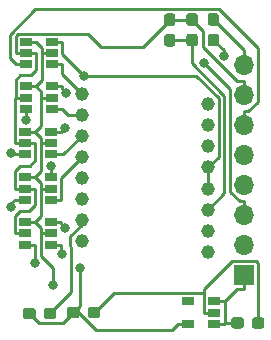
<source format=gbr>
G04 #@! TF.GenerationSoftware,KiCad,Pcbnew,5.1.4-e60b266~84~ubuntu18.04.1*
G04 #@! TF.CreationDate,2019-09-04T17:21:52+01:00*
G04 #@! TF.ProjectId,optical_sensor_daughter_board,6f707469-6361-46c5-9f73-656e736f725f,rev?*
G04 #@! TF.SameCoordinates,Original*
G04 #@! TF.FileFunction,Copper,L1,Top*
G04 #@! TF.FilePolarity,Positive*
%FSLAX46Y46*%
G04 Gerber Fmt 4.6, Leading zero omitted, Abs format (unit mm)*
G04 Created by KiCad (PCBNEW 5.1.4-e60b266~84~ubuntu18.04.1) date 2019-09-04 17:21:52*
%MOMM*%
%LPD*%
G04 APERTURE LIST*
%ADD10R,1.060000X0.650000*%
%ADD11C,1.150000*%
%ADD12C,0.100000*%
%ADD13C,0.950000*%
%ADD14O,1.700000X1.700000*%
%ADD15R,1.700000X1.700000*%
%ADD16C,0.800000*%
%ADD17C,0.250000*%
G04 APERTURE END LIST*
D10*
X127675000Y-90975000D03*
X127675000Y-90025000D03*
X127675000Y-91925000D03*
X125475000Y-91925000D03*
X125475000Y-90975000D03*
X125475000Y-90025000D03*
X127600000Y-102475000D03*
X127600000Y-101525000D03*
X127600000Y-103425000D03*
X125400000Y-103425000D03*
X125400000Y-102475000D03*
X125400000Y-101525000D03*
X127600000Y-98675000D03*
X127600000Y-97725000D03*
X127600000Y-99625000D03*
X125400000Y-99625000D03*
X125400000Y-98675000D03*
X125400000Y-97725000D03*
X127625000Y-94825000D03*
X127625000Y-93875000D03*
X127625000Y-95775000D03*
X125425000Y-95775000D03*
X125425000Y-94825000D03*
X125425000Y-93875000D03*
X127700000Y-87200000D03*
X127700000Y-86250000D03*
X127700000Y-88150000D03*
X125500000Y-88150000D03*
X125500000Y-87200000D03*
X125500000Y-86250000D03*
D11*
X130200000Y-90660000D03*
X140900000Y-91550000D03*
X130200000Y-92440000D03*
X140900000Y-93330000D03*
X130200000Y-94220000D03*
X140900000Y-95110000D03*
X130200000Y-96000000D03*
X140900000Y-96890000D03*
X130200000Y-97780000D03*
X140900000Y-98670000D03*
X130200000Y-99560000D03*
X140900000Y-100450000D03*
X130200000Y-101340000D03*
X140900000Y-102230000D03*
X130200000Y-103120000D03*
X140900000Y-104010000D03*
D10*
X139250000Y-110125000D03*
X139250000Y-108225000D03*
X141450000Y-108225000D03*
X141450000Y-109175000D03*
X141450000Y-110125000D03*
D12*
G36*
X127835779Y-108776144D02*
G01*
X127858834Y-108779563D01*
X127881443Y-108785227D01*
X127903387Y-108793079D01*
X127924457Y-108803044D01*
X127944448Y-108815026D01*
X127963168Y-108828910D01*
X127980438Y-108844562D01*
X127996090Y-108861832D01*
X128009974Y-108880552D01*
X128021956Y-108900543D01*
X128031921Y-108921613D01*
X128039773Y-108943557D01*
X128045437Y-108966166D01*
X128048856Y-108989221D01*
X128050000Y-109012500D01*
X128050000Y-109487500D01*
X128048856Y-109510779D01*
X128045437Y-109533834D01*
X128039773Y-109556443D01*
X128031921Y-109578387D01*
X128021956Y-109599457D01*
X128009974Y-109619448D01*
X127996090Y-109638168D01*
X127980438Y-109655438D01*
X127963168Y-109671090D01*
X127944448Y-109684974D01*
X127924457Y-109696956D01*
X127903387Y-109706921D01*
X127881443Y-109714773D01*
X127858834Y-109720437D01*
X127835779Y-109723856D01*
X127812500Y-109725000D01*
X127237500Y-109725000D01*
X127214221Y-109723856D01*
X127191166Y-109720437D01*
X127168557Y-109714773D01*
X127146613Y-109706921D01*
X127125543Y-109696956D01*
X127105552Y-109684974D01*
X127086832Y-109671090D01*
X127069562Y-109655438D01*
X127053910Y-109638168D01*
X127040026Y-109619448D01*
X127028044Y-109599457D01*
X127018079Y-109578387D01*
X127010227Y-109556443D01*
X127004563Y-109533834D01*
X127001144Y-109510779D01*
X127000000Y-109487500D01*
X127000000Y-109012500D01*
X127001144Y-108989221D01*
X127004563Y-108966166D01*
X127010227Y-108943557D01*
X127018079Y-108921613D01*
X127028044Y-108900543D01*
X127040026Y-108880552D01*
X127053910Y-108861832D01*
X127069562Y-108844562D01*
X127086832Y-108828910D01*
X127105552Y-108815026D01*
X127125543Y-108803044D01*
X127146613Y-108793079D01*
X127168557Y-108785227D01*
X127191166Y-108779563D01*
X127214221Y-108776144D01*
X127237500Y-108775000D01*
X127812500Y-108775000D01*
X127835779Y-108776144D01*
X127835779Y-108776144D01*
G37*
D13*
X127525000Y-109250000D03*
D12*
G36*
X126085779Y-108776144D02*
G01*
X126108834Y-108779563D01*
X126131443Y-108785227D01*
X126153387Y-108793079D01*
X126174457Y-108803044D01*
X126194448Y-108815026D01*
X126213168Y-108828910D01*
X126230438Y-108844562D01*
X126246090Y-108861832D01*
X126259974Y-108880552D01*
X126271956Y-108900543D01*
X126281921Y-108921613D01*
X126289773Y-108943557D01*
X126295437Y-108966166D01*
X126298856Y-108989221D01*
X126300000Y-109012500D01*
X126300000Y-109487500D01*
X126298856Y-109510779D01*
X126295437Y-109533834D01*
X126289773Y-109556443D01*
X126281921Y-109578387D01*
X126271956Y-109599457D01*
X126259974Y-109619448D01*
X126246090Y-109638168D01*
X126230438Y-109655438D01*
X126213168Y-109671090D01*
X126194448Y-109684974D01*
X126174457Y-109696956D01*
X126153387Y-109706921D01*
X126131443Y-109714773D01*
X126108834Y-109720437D01*
X126085779Y-109723856D01*
X126062500Y-109725000D01*
X125487500Y-109725000D01*
X125464221Y-109723856D01*
X125441166Y-109720437D01*
X125418557Y-109714773D01*
X125396613Y-109706921D01*
X125375543Y-109696956D01*
X125355552Y-109684974D01*
X125336832Y-109671090D01*
X125319562Y-109655438D01*
X125303910Y-109638168D01*
X125290026Y-109619448D01*
X125278044Y-109599457D01*
X125268079Y-109578387D01*
X125260227Y-109556443D01*
X125254563Y-109533834D01*
X125251144Y-109510779D01*
X125250000Y-109487500D01*
X125250000Y-109012500D01*
X125251144Y-108989221D01*
X125254563Y-108966166D01*
X125260227Y-108943557D01*
X125268079Y-108921613D01*
X125278044Y-108900543D01*
X125290026Y-108880552D01*
X125303910Y-108861832D01*
X125319562Y-108844562D01*
X125336832Y-108828910D01*
X125355552Y-108815026D01*
X125375543Y-108803044D01*
X125396613Y-108793079D01*
X125418557Y-108785227D01*
X125441166Y-108779563D01*
X125464221Y-108776144D01*
X125487500Y-108775000D01*
X126062500Y-108775000D01*
X126085779Y-108776144D01*
X126085779Y-108776144D01*
G37*
D13*
X125775000Y-109250000D03*
D12*
G36*
X141610779Y-85576144D02*
G01*
X141633834Y-85579563D01*
X141656443Y-85585227D01*
X141678387Y-85593079D01*
X141699457Y-85603044D01*
X141719448Y-85615026D01*
X141738168Y-85628910D01*
X141755438Y-85644562D01*
X141771090Y-85661832D01*
X141784974Y-85680552D01*
X141796956Y-85700543D01*
X141806921Y-85721613D01*
X141814773Y-85743557D01*
X141820437Y-85766166D01*
X141823856Y-85789221D01*
X141825000Y-85812500D01*
X141825000Y-86387500D01*
X141823856Y-86410779D01*
X141820437Y-86433834D01*
X141814773Y-86456443D01*
X141806921Y-86478387D01*
X141796956Y-86499457D01*
X141784974Y-86519448D01*
X141771090Y-86538168D01*
X141755438Y-86555438D01*
X141738168Y-86571090D01*
X141719448Y-86584974D01*
X141699457Y-86596956D01*
X141678387Y-86606921D01*
X141656443Y-86614773D01*
X141633834Y-86620437D01*
X141610779Y-86623856D01*
X141587500Y-86625000D01*
X141112500Y-86625000D01*
X141089221Y-86623856D01*
X141066166Y-86620437D01*
X141043557Y-86614773D01*
X141021613Y-86606921D01*
X141000543Y-86596956D01*
X140980552Y-86584974D01*
X140961832Y-86571090D01*
X140944562Y-86555438D01*
X140928910Y-86538168D01*
X140915026Y-86519448D01*
X140903044Y-86499457D01*
X140893079Y-86478387D01*
X140885227Y-86456443D01*
X140879563Y-86433834D01*
X140876144Y-86410779D01*
X140875000Y-86387500D01*
X140875000Y-85812500D01*
X140876144Y-85789221D01*
X140879563Y-85766166D01*
X140885227Y-85743557D01*
X140893079Y-85721613D01*
X140903044Y-85700543D01*
X140915026Y-85680552D01*
X140928910Y-85661832D01*
X140944562Y-85644562D01*
X140961832Y-85628910D01*
X140980552Y-85615026D01*
X141000543Y-85603044D01*
X141021613Y-85593079D01*
X141043557Y-85585227D01*
X141066166Y-85579563D01*
X141089221Y-85576144D01*
X141112500Y-85575000D01*
X141587500Y-85575000D01*
X141610779Y-85576144D01*
X141610779Y-85576144D01*
G37*
D13*
X141350000Y-86100000D03*
D12*
G36*
X141610779Y-83826144D02*
G01*
X141633834Y-83829563D01*
X141656443Y-83835227D01*
X141678387Y-83843079D01*
X141699457Y-83853044D01*
X141719448Y-83865026D01*
X141738168Y-83878910D01*
X141755438Y-83894562D01*
X141771090Y-83911832D01*
X141784974Y-83930552D01*
X141796956Y-83950543D01*
X141806921Y-83971613D01*
X141814773Y-83993557D01*
X141820437Y-84016166D01*
X141823856Y-84039221D01*
X141825000Y-84062500D01*
X141825000Y-84637500D01*
X141823856Y-84660779D01*
X141820437Y-84683834D01*
X141814773Y-84706443D01*
X141806921Y-84728387D01*
X141796956Y-84749457D01*
X141784974Y-84769448D01*
X141771090Y-84788168D01*
X141755438Y-84805438D01*
X141738168Y-84821090D01*
X141719448Y-84834974D01*
X141699457Y-84846956D01*
X141678387Y-84856921D01*
X141656443Y-84864773D01*
X141633834Y-84870437D01*
X141610779Y-84873856D01*
X141587500Y-84875000D01*
X141112500Y-84875000D01*
X141089221Y-84873856D01*
X141066166Y-84870437D01*
X141043557Y-84864773D01*
X141021613Y-84856921D01*
X141000543Y-84846956D01*
X140980552Y-84834974D01*
X140961832Y-84821090D01*
X140944562Y-84805438D01*
X140928910Y-84788168D01*
X140915026Y-84769448D01*
X140903044Y-84749457D01*
X140893079Y-84728387D01*
X140885227Y-84706443D01*
X140879563Y-84683834D01*
X140876144Y-84660779D01*
X140875000Y-84637500D01*
X140875000Y-84062500D01*
X140876144Y-84039221D01*
X140879563Y-84016166D01*
X140885227Y-83993557D01*
X140893079Y-83971613D01*
X140903044Y-83950543D01*
X140915026Y-83930552D01*
X140928910Y-83911832D01*
X140944562Y-83894562D01*
X140961832Y-83878910D01*
X140980552Y-83865026D01*
X141000543Y-83853044D01*
X141021613Y-83843079D01*
X141043557Y-83835227D01*
X141066166Y-83829563D01*
X141089221Y-83826144D01*
X141112500Y-83825000D01*
X141587500Y-83825000D01*
X141610779Y-83826144D01*
X141610779Y-83826144D01*
G37*
D13*
X141350000Y-84350000D03*
D14*
X143950000Y-88245000D03*
X143950000Y-90785000D03*
X143950000Y-93325000D03*
X143950000Y-95865000D03*
X143950000Y-98405000D03*
X143950000Y-100945000D03*
X143950000Y-103485000D03*
D15*
X143950000Y-106025000D03*
D12*
G36*
X131560779Y-108701144D02*
G01*
X131583834Y-108704563D01*
X131606443Y-108710227D01*
X131628387Y-108718079D01*
X131649457Y-108728044D01*
X131669448Y-108740026D01*
X131688168Y-108753910D01*
X131705438Y-108769562D01*
X131721090Y-108786832D01*
X131734974Y-108805552D01*
X131746956Y-108825543D01*
X131756921Y-108846613D01*
X131764773Y-108868557D01*
X131770437Y-108891166D01*
X131773856Y-108914221D01*
X131775000Y-108937500D01*
X131775000Y-109412500D01*
X131773856Y-109435779D01*
X131770437Y-109458834D01*
X131764773Y-109481443D01*
X131756921Y-109503387D01*
X131746956Y-109524457D01*
X131734974Y-109544448D01*
X131721090Y-109563168D01*
X131705438Y-109580438D01*
X131688168Y-109596090D01*
X131669448Y-109609974D01*
X131649457Y-109621956D01*
X131628387Y-109631921D01*
X131606443Y-109639773D01*
X131583834Y-109645437D01*
X131560779Y-109648856D01*
X131537500Y-109650000D01*
X130962500Y-109650000D01*
X130939221Y-109648856D01*
X130916166Y-109645437D01*
X130893557Y-109639773D01*
X130871613Y-109631921D01*
X130850543Y-109621956D01*
X130830552Y-109609974D01*
X130811832Y-109596090D01*
X130794562Y-109580438D01*
X130778910Y-109563168D01*
X130765026Y-109544448D01*
X130753044Y-109524457D01*
X130743079Y-109503387D01*
X130735227Y-109481443D01*
X130729563Y-109458834D01*
X130726144Y-109435779D01*
X130725000Y-109412500D01*
X130725000Y-108937500D01*
X130726144Y-108914221D01*
X130729563Y-108891166D01*
X130735227Y-108868557D01*
X130743079Y-108846613D01*
X130753044Y-108825543D01*
X130765026Y-108805552D01*
X130778910Y-108786832D01*
X130794562Y-108769562D01*
X130811832Y-108753910D01*
X130830552Y-108740026D01*
X130850543Y-108728044D01*
X130871613Y-108718079D01*
X130893557Y-108710227D01*
X130916166Y-108704563D01*
X130939221Y-108701144D01*
X130962500Y-108700000D01*
X131537500Y-108700000D01*
X131560779Y-108701144D01*
X131560779Y-108701144D01*
G37*
D13*
X131250000Y-109175000D03*
D12*
G36*
X129810779Y-108701144D02*
G01*
X129833834Y-108704563D01*
X129856443Y-108710227D01*
X129878387Y-108718079D01*
X129899457Y-108728044D01*
X129919448Y-108740026D01*
X129938168Y-108753910D01*
X129955438Y-108769562D01*
X129971090Y-108786832D01*
X129984974Y-108805552D01*
X129996956Y-108825543D01*
X130006921Y-108846613D01*
X130014773Y-108868557D01*
X130020437Y-108891166D01*
X130023856Y-108914221D01*
X130025000Y-108937500D01*
X130025000Y-109412500D01*
X130023856Y-109435779D01*
X130020437Y-109458834D01*
X130014773Y-109481443D01*
X130006921Y-109503387D01*
X129996956Y-109524457D01*
X129984974Y-109544448D01*
X129971090Y-109563168D01*
X129955438Y-109580438D01*
X129938168Y-109596090D01*
X129919448Y-109609974D01*
X129899457Y-109621956D01*
X129878387Y-109631921D01*
X129856443Y-109639773D01*
X129833834Y-109645437D01*
X129810779Y-109648856D01*
X129787500Y-109650000D01*
X129212500Y-109650000D01*
X129189221Y-109648856D01*
X129166166Y-109645437D01*
X129143557Y-109639773D01*
X129121613Y-109631921D01*
X129100543Y-109621956D01*
X129080552Y-109609974D01*
X129061832Y-109596090D01*
X129044562Y-109580438D01*
X129028910Y-109563168D01*
X129015026Y-109544448D01*
X129003044Y-109524457D01*
X128993079Y-109503387D01*
X128985227Y-109481443D01*
X128979563Y-109458834D01*
X128976144Y-109435779D01*
X128975000Y-109412500D01*
X128975000Y-108937500D01*
X128976144Y-108914221D01*
X128979563Y-108891166D01*
X128985227Y-108868557D01*
X128993079Y-108846613D01*
X129003044Y-108825543D01*
X129015026Y-108805552D01*
X129028910Y-108786832D01*
X129044562Y-108769562D01*
X129061832Y-108753910D01*
X129080552Y-108740026D01*
X129100543Y-108728044D01*
X129121613Y-108718079D01*
X129143557Y-108710227D01*
X129166166Y-108704563D01*
X129189221Y-108701144D01*
X129212500Y-108700000D01*
X129787500Y-108700000D01*
X129810779Y-108701144D01*
X129810779Y-108701144D01*
G37*
D13*
X129500000Y-109175000D03*
D12*
G36*
X145460779Y-109576144D02*
G01*
X145483834Y-109579563D01*
X145506443Y-109585227D01*
X145528387Y-109593079D01*
X145549457Y-109603044D01*
X145569448Y-109615026D01*
X145588168Y-109628910D01*
X145605438Y-109644562D01*
X145621090Y-109661832D01*
X145634974Y-109680552D01*
X145646956Y-109700543D01*
X145656921Y-109721613D01*
X145664773Y-109743557D01*
X145670437Y-109766166D01*
X145673856Y-109789221D01*
X145675000Y-109812500D01*
X145675000Y-110287500D01*
X145673856Y-110310779D01*
X145670437Y-110333834D01*
X145664773Y-110356443D01*
X145656921Y-110378387D01*
X145646956Y-110399457D01*
X145634974Y-110419448D01*
X145621090Y-110438168D01*
X145605438Y-110455438D01*
X145588168Y-110471090D01*
X145569448Y-110484974D01*
X145549457Y-110496956D01*
X145528387Y-110506921D01*
X145506443Y-110514773D01*
X145483834Y-110520437D01*
X145460779Y-110523856D01*
X145437500Y-110525000D01*
X144862500Y-110525000D01*
X144839221Y-110523856D01*
X144816166Y-110520437D01*
X144793557Y-110514773D01*
X144771613Y-110506921D01*
X144750543Y-110496956D01*
X144730552Y-110484974D01*
X144711832Y-110471090D01*
X144694562Y-110455438D01*
X144678910Y-110438168D01*
X144665026Y-110419448D01*
X144653044Y-110399457D01*
X144643079Y-110378387D01*
X144635227Y-110356443D01*
X144629563Y-110333834D01*
X144626144Y-110310779D01*
X144625000Y-110287500D01*
X144625000Y-109812500D01*
X144626144Y-109789221D01*
X144629563Y-109766166D01*
X144635227Y-109743557D01*
X144643079Y-109721613D01*
X144653044Y-109700543D01*
X144665026Y-109680552D01*
X144678910Y-109661832D01*
X144694562Y-109644562D01*
X144711832Y-109628910D01*
X144730552Y-109615026D01*
X144750543Y-109603044D01*
X144771613Y-109593079D01*
X144793557Y-109585227D01*
X144816166Y-109579563D01*
X144839221Y-109576144D01*
X144862500Y-109575000D01*
X145437500Y-109575000D01*
X145460779Y-109576144D01*
X145460779Y-109576144D01*
G37*
D13*
X145150000Y-110050000D03*
D12*
G36*
X143710779Y-109576144D02*
G01*
X143733834Y-109579563D01*
X143756443Y-109585227D01*
X143778387Y-109593079D01*
X143799457Y-109603044D01*
X143819448Y-109615026D01*
X143838168Y-109628910D01*
X143855438Y-109644562D01*
X143871090Y-109661832D01*
X143884974Y-109680552D01*
X143896956Y-109700543D01*
X143906921Y-109721613D01*
X143914773Y-109743557D01*
X143920437Y-109766166D01*
X143923856Y-109789221D01*
X143925000Y-109812500D01*
X143925000Y-110287500D01*
X143923856Y-110310779D01*
X143920437Y-110333834D01*
X143914773Y-110356443D01*
X143906921Y-110378387D01*
X143896956Y-110399457D01*
X143884974Y-110419448D01*
X143871090Y-110438168D01*
X143855438Y-110455438D01*
X143838168Y-110471090D01*
X143819448Y-110484974D01*
X143799457Y-110496956D01*
X143778387Y-110506921D01*
X143756443Y-110514773D01*
X143733834Y-110520437D01*
X143710779Y-110523856D01*
X143687500Y-110525000D01*
X143112500Y-110525000D01*
X143089221Y-110523856D01*
X143066166Y-110520437D01*
X143043557Y-110514773D01*
X143021613Y-110506921D01*
X143000543Y-110496956D01*
X142980552Y-110484974D01*
X142961832Y-110471090D01*
X142944562Y-110455438D01*
X142928910Y-110438168D01*
X142915026Y-110419448D01*
X142903044Y-110399457D01*
X142893079Y-110378387D01*
X142885227Y-110356443D01*
X142879563Y-110333834D01*
X142876144Y-110310779D01*
X142875000Y-110287500D01*
X142875000Y-109812500D01*
X142876144Y-109789221D01*
X142879563Y-109766166D01*
X142885227Y-109743557D01*
X142893079Y-109721613D01*
X142903044Y-109700543D01*
X142915026Y-109680552D01*
X142928910Y-109661832D01*
X142944562Y-109644562D01*
X142961832Y-109628910D01*
X142980552Y-109615026D01*
X143000543Y-109603044D01*
X143021613Y-109593079D01*
X143043557Y-109585227D01*
X143066166Y-109579563D01*
X143089221Y-109576144D01*
X143112500Y-109575000D01*
X143687500Y-109575000D01*
X143710779Y-109576144D01*
X143710779Y-109576144D01*
G37*
D13*
X143400000Y-110050000D03*
D12*
G36*
X139810779Y-85576144D02*
G01*
X139833834Y-85579563D01*
X139856443Y-85585227D01*
X139878387Y-85593079D01*
X139899457Y-85603044D01*
X139919448Y-85615026D01*
X139938168Y-85628910D01*
X139955438Y-85644562D01*
X139971090Y-85661832D01*
X139984974Y-85680552D01*
X139996956Y-85700543D01*
X140006921Y-85721613D01*
X140014773Y-85743557D01*
X140020437Y-85766166D01*
X140023856Y-85789221D01*
X140025000Y-85812500D01*
X140025000Y-86387500D01*
X140023856Y-86410779D01*
X140020437Y-86433834D01*
X140014773Y-86456443D01*
X140006921Y-86478387D01*
X139996956Y-86499457D01*
X139984974Y-86519448D01*
X139971090Y-86538168D01*
X139955438Y-86555438D01*
X139938168Y-86571090D01*
X139919448Y-86584974D01*
X139899457Y-86596956D01*
X139878387Y-86606921D01*
X139856443Y-86614773D01*
X139833834Y-86620437D01*
X139810779Y-86623856D01*
X139787500Y-86625000D01*
X139312500Y-86625000D01*
X139289221Y-86623856D01*
X139266166Y-86620437D01*
X139243557Y-86614773D01*
X139221613Y-86606921D01*
X139200543Y-86596956D01*
X139180552Y-86584974D01*
X139161832Y-86571090D01*
X139144562Y-86555438D01*
X139128910Y-86538168D01*
X139115026Y-86519448D01*
X139103044Y-86499457D01*
X139093079Y-86478387D01*
X139085227Y-86456443D01*
X139079563Y-86433834D01*
X139076144Y-86410779D01*
X139075000Y-86387500D01*
X139075000Y-85812500D01*
X139076144Y-85789221D01*
X139079563Y-85766166D01*
X139085227Y-85743557D01*
X139093079Y-85721613D01*
X139103044Y-85700543D01*
X139115026Y-85680552D01*
X139128910Y-85661832D01*
X139144562Y-85644562D01*
X139161832Y-85628910D01*
X139180552Y-85615026D01*
X139200543Y-85603044D01*
X139221613Y-85593079D01*
X139243557Y-85585227D01*
X139266166Y-85579563D01*
X139289221Y-85576144D01*
X139312500Y-85575000D01*
X139787500Y-85575000D01*
X139810779Y-85576144D01*
X139810779Y-85576144D01*
G37*
D13*
X139550000Y-86100000D03*
D12*
G36*
X139810779Y-83826144D02*
G01*
X139833834Y-83829563D01*
X139856443Y-83835227D01*
X139878387Y-83843079D01*
X139899457Y-83853044D01*
X139919448Y-83865026D01*
X139938168Y-83878910D01*
X139955438Y-83894562D01*
X139971090Y-83911832D01*
X139984974Y-83930552D01*
X139996956Y-83950543D01*
X140006921Y-83971613D01*
X140014773Y-83993557D01*
X140020437Y-84016166D01*
X140023856Y-84039221D01*
X140025000Y-84062500D01*
X140025000Y-84637500D01*
X140023856Y-84660779D01*
X140020437Y-84683834D01*
X140014773Y-84706443D01*
X140006921Y-84728387D01*
X139996956Y-84749457D01*
X139984974Y-84769448D01*
X139971090Y-84788168D01*
X139955438Y-84805438D01*
X139938168Y-84821090D01*
X139919448Y-84834974D01*
X139899457Y-84846956D01*
X139878387Y-84856921D01*
X139856443Y-84864773D01*
X139833834Y-84870437D01*
X139810779Y-84873856D01*
X139787500Y-84875000D01*
X139312500Y-84875000D01*
X139289221Y-84873856D01*
X139266166Y-84870437D01*
X139243557Y-84864773D01*
X139221613Y-84856921D01*
X139200543Y-84846956D01*
X139180552Y-84834974D01*
X139161832Y-84821090D01*
X139144562Y-84805438D01*
X139128910Y-84788168D01*
X139115026Y-84769448D01*
X139103044Y-84749457D01*
X139093079Y-84728387D01*
X139085227Y-84706443D01*
X139079563Y-84683834D01*
X139076144Y-84660779D01*
X139075000Y-84637500D01*
X139075000Y-84062500D01*
X139076144Y-84039221D01*
X139079563Y-84016166D01*
X139085227Y-83993557D01*
X139093079Y-83971613D01*
X139103044Y-83950543D01*
X139115026Y-83930552D01*
X139128910Y-83911832D01*
X139144562Y-83894562D01*
X139161832Y-83878910D01*
X139180552Y-83865026D01*
X139200543Y-83853044D01*
X139221613Y-83843079D01*
X139243557Y-83835227D01*
X139266166Y-83829563D01*
X139289221Y-83826144D01*
X139312500Y-83825000D01*
X139787500Y-83825000D01*
X139810779Y-83826144D01*
X139810779Y-83826144D01*
G37*
D13*
X139550000Y-84350000D03*
D12*
G36*
X137935779Y-85601144D02*
G01*
X137958834Y-85604563D01*
X137981443Y-85610227D01*
X138003387Y-85618079D01*
X138024457Y-85628044D01*
X138044448Y-85640026D01*
X138063168Y-85653910D01*
X138080438Y-85669562D01*
X138096090Y-85686832D01*
X138109974Y-85705552D01*
X138121956Y-85725543D01*
X138131921Y-85746613D01*
X138139773Y-85768557D01*
X138145437Y-85791166D01*
X138148856Y-85814221D01*
X138150000Y-85837500D01*
X138150000Y-86412500D01*
X138148856Y-86435779D01*
X138145437Y-86458834D01*
X138139773Y-86481443D01*
X138131921Y-86503387D01*
X138121956Y-86524457D01*
X138109974Y-86544448D01*
X138096090Y-86563168D01*
X138080438Y-86580438D01*
X138063168Y-86596090D01*
X138044448Y-86609974D01*
X138024457Y-86621956D01*
X138003387Y-86631921D01*
X137981443Y-86639773D01*
X137958834Y-86645437D01*
X137935779Y-86648856D01*
X137912500Y-86650000D01*
X137437500Y-86650000D01*
X137414221Y-86648856D01*
X137391166Y-86645437D01*
X137368557Y-86639773D01*
X137346613Y-86631921D01*
X137325543Y-86621956D01*
X137305552Y-86609974D01*
X137286832Y-86596090D01*
X137269562Y-86580438D01*
X137253910Y-86563168D01*
X137240026Y-86544448D01*
X137228044Y-86524457D01*
X137218079Y-86503387D01*
X137210227Y-86481443D01*
X137204563Y-86458834D01*
X137201144Y-86435779D01*
X137200000Y-86412500D01*
X137200000Y-85837500D01*
X137201144Y-85814221D01*
X137204563Y-85791166D01*
X137210227Y-85768557D01*
X137218079Y-85746613D01*
X137228044Y-85725543D01*
X137240026Y-85705552D01*
X137253910Y-85686832D01*
X137269562Y-85669562D01*
X137286832Y-85653910D01*
X137305552Y-85640026D01*
X137325543Y-85628044D01*
X137346613Y-85618079D01*
X137368557Y-85610227D01*
X137391166Y-85604563D01*
X137414221Y-85601144D01*
X137437500Y-85600000D01*
X137912500Y-85600000D01*
X137935779Y-85601144D01*
X137935779Y-85601144D01*
G37*
D13*
X137675000Y-86125000D03*
D12*
G36*
X137935779Y-83851144D02*
G01*
X137958834Y-83854563D01*
X137981443Y-83860227D01*
X138003387Y-83868079D01*
X138024457Y-83878044D01*
X138044448Y-83890026D01*
X138063168Y-83903910D01*
X138080438Y-83919562D01*
X138096090Y-83936832D01*
X138109974Y-83955552D01*
X138121956Y-83975543D01*
X138131921Y-83996613D01*
X138139773Y-84018557D01*
X138145437Y-84041166D01*
X138148856Y-84064221D01*
X138150000Y-84087500D01*
X138150000Y-84662500D01*
X138148856Y-84685779D01*
X138145437Y-84708834D01*
X138139773Y-84731443D01*
X138131921Y-84753387D01*
X138121956Y-84774457D01*
X138109974Y-84794448D01*
X138096090Y-84813168D01*
X138080438Y-84830438D01*
X138063168Y-84846090D01*
X138044448Y-84859974D01*
X138024457Y-84871956D01*
X138003387Y-84881921D01*
X137981443Y-84889773D01*
X137958834Y-84895437D01*
X137935779Y-84898856D01*
X137912500Y-84900000D01*
X137437500Y-84900000D01*
X137414221Y-84898856D01*
X137391166Y-84895437D01*
X137368557Y-84889773D01*
X137346613Y-84881921D01*
X137325543Y-84871956D01*
X137305552Y-84859974D01*
X137286832Y-84846090D01*
X137269562Y-84830438D01*
X137253910Y-84813168D01*
X137240026Y-84794448D01*
X137228044Y-84774457D01*
X137218079Y-84753387D01*
X137210227Y-84731443D01*
X137204563Y-84708834D01*
X137201144Y-84685779D01*
X137200000Y-84662500D01*
X137200000Y-84087500D01*
X137201144Y-84064221D01*
X137204563Y-84041166D01*
X137210227Y-84018557D01*
X137218079Y-83996613D01*
X137228044Y-83975543D01*
X137240026Y-83955552D01*
X137253910Y-83936832D01*
X137269562Y-83919562D01*
X137286832Y-83903910D01*
X137305552Y-83890026D01*
X137325543Y-83878044D01*
X137346613Y-83868079D01*
X137368557Y-83860227D01*
X137391166Y-83854563D01*
X137414221Y-83851144D01*
X137437500Y-83850000D01*
X137912500Y-83850000D01*
X137935779Y-83851144D01*
X137935779Y-83851144D01*
G37*
D13*
X137675000Y-84375000D03*
D16*
X130066400Y-105422300D03*
X128797700Y-102015300D03*
X128909300Y-90585700D03*
X128775100Y-93580200D03*
X142228300Y-87428600D03*
X127600000Y-96793900D03*
X130391500Y-89103400D03*
X127755300Y-106840100D03*
X126255300Y-104983800D03*
X125475000Y-92871900D03*
X124240100Y-95661600D03*
X140587300Y-88032700D03*
X124256000Y-100253800D03*
X128574900Y-104181800D03*
D17*
X127600000Y-99625000D02*
X128455300Y-99625000D01*
X130200000Y-96000000D02*
X128455300Y-97744700D01*
X128455300Y-97744700D02*
X128455300Y-99625000D01*
X130200000Y-94220000D02*
X128645000Y-95775000D01*
X128645000Y-95775000D02*
X127625000Y-95775000D01*
X127675000Y-91925000D02*
X128530300Y-91925000D01*
X130200000Y-92440000D02*
X129045300Y-92440000D01*
X129045300Y-92440000D02*
X128530300Y-91925000D01*
X127700000Y-88150000D02*
X128555300Y-88150000D01*
X130200000Y-90660000D02*
X128555300Y-89015300D01*
X128555300Y-89015300D02*
X128555300Y-88150000D01*
X137675000Y-84375000D02*
X135382700Y-86667300D01*
X135382700Y-86667300D02*
X131871900Y-86667300D01*
X131871900Y-86667300D02*
X130771600Y-85567000D01*
X130771600Y-85567000D02*
X124849400Y-85567000D01*
X124849400Y-85567000D02*
X124644700Y-85771700D01*
X124644700Y-85771700D02*
X124644700Y-87200000D01*
X139550000Y-84375000D02*
X137675000Y-84375000D01*
X125500000Y-87200000D02*
X124644700Y-87200000D01*
X143950000Y-89609700D02*
X143383700Y-89609700D01*
X143383700Y-89609700D02*
X140470300Y-86696300D01*
X140470300Y-86696300D02*
X140470300Y-85295300D01*
X140470300Y-85295300D02*
X139550000Y-84375000D01*
X125425000Y-94825000D02*
X124569700Y-94825000D01*
X124569700Y-94825000D02*
X124569700Y-91025000D01*
X124569700Y-91025000D02*
X124619700Y-90975000D01*
X125740100Y-94825000D02*
X125425000Y-94825000D01*
X125475000Y-90975000D02*
X124619700Y-90975000D01*
X125500000Y-87200000D02*
X126355300Y-87200000D01*
X126355300Y-87200000D02*
X126355300Y-88653900D01*
X126355300Y-88653900D02*
X125921700Y-89087500D01*
X125921700Y-89087500D02*
X125026500Y-89087500D01*
X125026500Y-89087500D02*
X124619700Y-89494300D01*
X124619700Y-89494300D02*
X124619700Y-90975000D01*
X125740100Y-94825000D02*
X126280300Y-94825000D01*
X139550000Y-84375000D02*
X139550000Y-84350000D01*
X143950000Y-90785000D02*
X143950000Y-89609700D01*
X125400000Y-98675000D02*
X124544700Y-98675000D01*
X126280300Y-94825000D02*
X126280300Y-96280400D01*
X126280300Y-96280400D02*
X125810700Y-96750000D01*
X125810700Y-96750000D02*
X125019300Y-96750000D01*
X125019300Y-96750000D02*
X124544700Y-97224600D01*
X124544700Y-97224600D02*
X124544700Y-98675000D01*
X125400000Y-102475000D02*
X124544700Y-102475000D01*
X125400000Y-98675000D02*
X126255300Y-98675000D01*
X126255300Y-98675000D02*
X126255300Y-100084800D01*
X126255300Y-100084800D02*
X125755500Y-100584600D01*
X125755500Y-100584600D02*
X124998600Y-100584600D01*
X124998600Y-100584600D02*
X124544700Y-101038500D01*
X124544700Y-101038500D02*
X124544700Y-102475000D01*
X139250000Y-110125000D02*
X138394700Y-110125000D01*
X129686900Y-108988100D02*
X131383400Y-110684600D01*
X131383400Y-110684600D02*
X137835100Y-110684600D01*
X137835100Y-110684600D02*
X138394700Y-110125000D01*
X129686900Y-108988100D02*
X130066400Y-108608600D01*
X130066400Y-108608600D02*
X130066400Y-105422300D01*
X129500000Y-109175000D02*
X129686900Y-108988100D01*
X128455300Y-101525000D02*
X128455300Y-101672900D01*
X128455300Y-101672900D02*
X128797700Y-102015300D01*
X127600000Y-101525000D02*
X128455300Y-101525000D01*
X130391500Y-89103400D02*
X139918800Y-89103400D01*
X139918800Y-89103400D02*
X141802800Y-90987400D01*
X141802800Y-90987400D02*
X141802800Y-95987200D01*
X141802800Y-95987200D02*
X140900000Y-96890000D01*
X128555300Y-86250000D02*
X128555300Y-87267200D01*
X128555300Y-87267200D02*
X130391500Y-89103400D01*
X128530300Y-90025000D02*
X128530300Y-90206700D01*
X128530300Y-90206700D02*
X128909300Y-90585700D01*
X127675000Y-90025000D02*
X128530300Y-90025000D01*
X129500000Y-109175000D02*
X128613300Y-110061700D01*
X128613300Y-110061700D02*
X126586700Y-110061700D01*
X126586700Y-110061700D02*
X125775000Y-109250000D01*
X128480300Y-93875000D02*
X128775100Y-93580200D01*
X127625000Y-93875000D02*
X128480300Y-93875000D01*
X127600000Y-97725000D02*
X127600000Y-96793900D01*
X141350000Y-86100000D02*
X142228300Y-86978300D01*
X142228300Y-86978300D02*
X142228300Y-87428600D01*
X140900000Y-96890000D02*
X140900000Y-98670000D01*
X127700000Y-86250000D02*
X128555300Y-86250000D01*
X139525000Y-86125000D02*
X139550000Y-86100000D01*
X137675000Y-86125000D02*
X139525000Y-86125000D01*
X139525000Y-86125000D02*
X139525000Y-88072600D01*
X139525000Y-88072600D02*
X142258800Y-90806400D01*
X142258800Y-90806400D02*
X142258800Y-99091200D01*
X142258800Y-99091200D02*
X140900000Y-100450000D01*
X140594700Y-107506200D02*
X140594700Y-109175000D01*
X145150000Y-110050000D02*
X145150000Y-104997000D01*
X145150000Y-104997000D02*
X145002600Y-104849600D01*
X145002600Y-104849600D02*
X142942300Y-104849600D01*
X142942300Y-104849600D02*
X140594700Y-107197200D01*
X140594700Y-107197200D02*
X140594700Y-107506200D01*
X131250000Y-109175000D02*
X132918800Y-107506200D01*
X132918800Y-107506200D02*
X140594700Y-107506200D01*
X141450000Y-109175000D02*
X140594700Y-109175000D01*
X125500000Y-86250000D02*
X126355300Y-86250000D01*
X126355300Y-86250000D02*
X126844700Y-86739400D01*
X126844700Y-86739400D02*
X126844700Y-87200000D01*
X126330300Y-90025000D02*
X126844700Y-89510600D01*
X126844700Y-89510600D02*
X126844700Y-87200000D01*
X127700000Y-87200000D02*
X126844700Y-87200000D01*
X126775200Y-90975000D02*
X126775200Y-90469900D01*
X126775200Y-90469900D02*
X126330300Y-90025000D01*
X127755300Y-106840100D02*
X127755300Y-105431300D01*
X127755300Y-105431300D02*
X126744700Y-104420700D01*
X126744700Y-104420700D02*
X126744700Y-102475000D01*
X125475000Y-90025000D02*
X126330300Y-90025000D01*
X126775200Y-90975000D02*
X126775200Y-93380100D01*
X126775200Y-93380100D02*
X126280300Y-93875000D01*
X126819700Y-90975000D02*
X126775200Y-90975000D01*
X126280300Y-93875000D02*
X126769700Y-94364400D01*
X126769700Y-94364400D02*
X126769700Y-94825000D01*
X125425000Y-93875000D02*
X126280300Y-93875000D01*
X126255300Y-97725000D02*
X126769700Y-97210600D01*
X126769700Y-97210600D02*
X126769700Y-94825000D01*
X127625000Y-94825000D02*
X126769700Y-94825000D01*
X126255300Y-97725000D02*
X126744700Y-98214400D01*
X126744700Y-98214400D02*
X126744700Y-98675000D01*
X141450000Y-110125000D02*
X142305300Y-110125000D01*
X142305300Y-110050000D02*
X142305300Y-110125000D01*
X143400000Y-110050000D02*
X142305300Y-110050000D01*
X142305300Y-110050000D02*
X142305300Y-108225000D01*
X127675000Y-90975000D02*
X126819700Y-90975000D01*
X126255300Y-101525000D02*
X126744700Y-102014400D01*
X126744700Y-102014400D02*
X126744700Y-102475000D01*
X126744700Y-98675000D02*
X126744700Y-101035600D01*
X126744700Y-101035600D02*
X126255300Y-101525000D01*
X127600000Y-102475000D02*
X126744700Y-102475000D01*
X127600000Y-98675000D02*
X126744700Y-98675000D01*
X125400000Y-101525000D02*
X126255300Y-101525000D01*
X143950000Y-106025000D02*
X143950000Y-107200300D01*
X143950000Y-107200300D02*
X143330000Y-107200300D01*
X143330000Y-107200300D02*
X142305300Y-108225000D01*
X125400000Y-97725000D02*
X126255300Y-97725000D01*
X141450000Y-108225000D02*
X142305300Y-108225000D01*
X143950000Y-87069700D02*
X143950000Y-86950000D01*
X143950000Y-86950000D02*
X141350000Y-84350000D01*
X143950000Y-88245000D02*
X143950000Y-87069700D01*
X125500000Y-88150000D02*
X124644700Y-88150000D01*
X143950000Y-93325000D02*
X143950000Y-92149700D01*
X143950000Y-92149700D02*
X144317300Y-92149700D01*
X144317300Y-92149700D02*
X145131400Y-91335600D01*
X145131400Y-91335600D02*
X145131400Y-86786000D01*
X145131400Y-86786000D02*
X141833300Y-83487900D01*
X141833300Y-83487900D02*
X126284900Y-83487900D01*
X126284900Y-83487900D02*
X124139400Y-85633400D01*
X124139400Y-85633400D02*
X124139400Y-87644700D01*
X124139400Y-87644700D02*
X124644700Y-88150000D01*
X126255300Y-104983800D02*
X126255300Y-103425000D01*
X125400000Y-103425000D02*
X126255300Y-103425000D01*
X125475000Y-91925000D02*
X125475000Y-92871900D01*
X143950000Y-99769700D02*
X143582600Y-99769700D01*
X143582600Y-99769700D02*
X142774700Y-98961800D01*
X142774700Y-98961800D02*
X142774700Y-90220100D01*
X142774700Y-90220100D02*
X140587300Y-88032700D01*
X143950000Y-100945000D02*
X143950000Y-99769700D01*
X124569700Y-95775000D02*
X124353500Y-95775000D01*
X124353500Y-95775000D02*
X124240100Y-95661600D01*
X125425000Y-95775000D02*
X124569700Y-95775000D01*
X124544700Y-99625000D02*
X124256000Y-99913700D01*
X124256000Y-99913700D02*
X124256000Y-100253800D01*
X125400000Y-99625000D02*
X124544700Y-99625000D01*
X127525000Y-109250000D02*
X129300300Y-107474700D01*
X129300300Y-107474700D02*
X129300300Y-103633100D01*
X129300300Y-103633100D02*
X129234400Y-103567200D01*
X129234400Y-103567200D02*
X129234400Y-102708400D01*
X129234400Y-102708400D02*
X130200000Y-101742800D01*
X130200000Y-101742800D02*
X130200000Y-101340000D01*
X128455300Y-103425000D02*
X128455300Y-104062200D01*
X128455300Y-104062200D02*
X128574900Y-104181800D01*
X127600000Y-103425000D02*
X128455300Y-103425000D01*
M02*

</source>
